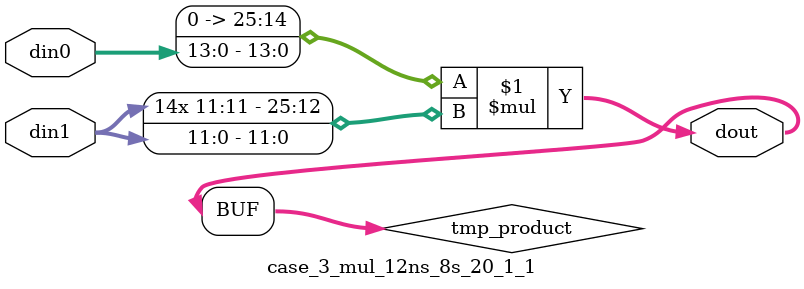
<source format=v>

`timescale 1 ns / 1 ps

 (* use_dsp = "no" *)  module case_3_mul_12ns_8s_20_1_1(din0, din1, dout);
parameter ID = 1;
parameter NUM_STAGE = 0;
parameter din0_WIDTH = 14;
parameter din1_WIDTH = 12;
parameter dout_WIDTH = 26;

input [din0_WIDTH - 1 : 0] din0; 
input [din1_WIDTH - 1 : 0] din1; 
output [dout_WIDTH - 1 : 0] dout;

wire signed [dout_WIDTH - 1 : 0] tmp_product;

























assign tmp_product = $signed({1'b0, din0}) * $signed(din1);










assign dout = tmp_product;





















endmodule

</source>
